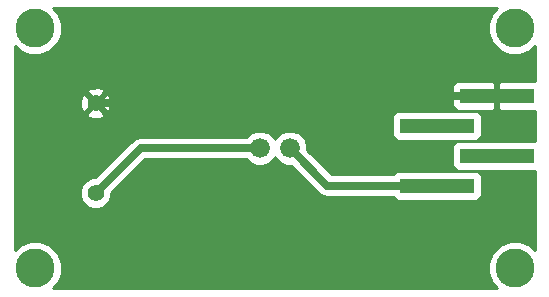
<source format=gtl>
G04 (created by PCBNEW-RS274X (2011-nov-30)-testing) date Thu 03 Jan 2013 06:38:46 PM PST*
%MOIN*%
G04 Gerber Fmt 3.4, Leading zero omitted, Abs format*
%FSLAX34Y34*%
G01*
G70*
G90*
G04 APERTURE LIST*
%ADD10C,0.006*%
%ADD11C,0.13*%
%ADD12R,0.25X0.05*%
%ADD13C,0.066*%
%ADD14C,0.055*%
%ADD15C,0.025*%
%ADD16C,0.01*%
G04 APERTURE END LIST*
G54D10*
G54D11*
X31000Y-21000D03*
X31000Y-29000D03*
X47000Y-29000D03*
X47000Y-21000D03*
G54D12*
X44402Y-26250D03*
X46398Y-25250D03*
X44402Y-24250D03*
X46398Y-23250D03*
G54D13*
X39500Y-25000D03*
X38500Y-25000D03*
G54D14*
X33024Y-23500D03*
X33024Y-26500D03*
G54D15*
X44402Y-26250D02*
X40750Y-26250D01*
X40750Y-26250D02*
X39500Y-25000D01*
X33024Y-23500D02*
X42503Y-23500D01*
X42753Y-23250D02*
X46398Y-23250D01*
X42503Y-23500D02*
X42753Y-23250D01*
X38500Y-25000D02*
X34524Y-25000D01*
X34524Y-25000D02*
X33024Y-26500D01*
G54D10*
G36*
X47675Y-28403D02*
X47510Y-28238D01*
X47180Y-28101D01*
X46822Y-28100D01*
X46491Y-28237D01*
X46238Y-28490D01*
X46101Y-28820D01*
X46100Y-29178D01*
X46237Y-29509D01*
X46403Y-29675D01*
X45901Y-29675D01*
X45901Y-26550D01*
X45901Y-26451D01*
X45901Y-25951D01*
X45863Y-25859D01*
X45793Y-25789D01*
X45702Y-25751D01*
X45603Y-25751D01*
X43103Y-25751D01*
X43011Y-25789D01*
X42941Y-25859D01*
X42934Y-25875D01*
X40905Y-25875D01*
X40080Y-25049D01*
X40080Y-24885D01*
X39992Y-24672D01*
X39829Y-24509D01*
X39616Y-24420D01*
X39385Y-24420D01*
X39172Y-24508D01*
X39009Y-24671D01*
X39000Y-24691D01*
X38992Y-24672D01*
X38829Y-24509D01*
X38616Y-24420D01*
X38385Y-24420D01*
X38172Y-24508D01*
X38055Y-24625D01*
X34524Y-24625D01*
X34380Y-24654D01*
X34259Y-24735D01*
X33554Y-25440D01*
X33554Y-23576D01*
X33542Y-23368D01*
X33484Y-23228D01*
X33392Y-23203D01*
X33321Y-23274D01*
X33321Y-23132D01*
X33296Y-23040D01*
X33100Y-22970D01*
X32892Y-22982D01*
X32752Y-23040D01*
X32727Y-23132D01*
X33024Y-23429D01*
X33321Y-23132D01*
X33321Y-23274D01*
X33095Y-23500D01*
X33392Y-23797D01*
X33484Y-23772D01*
X33554Y-23576D01*
X33554Y-25440D01*
X33321Y-25673D01*
X33321Y-23868D01*
X33024Y-23571D01*
X32953Y-23642D01*
X32953Y-23500D01*
X32656Y-23203D01*
X32564Y-23228D01*
X32494Y-23424D01*
X32506Y-23632D01*
X32564Y-23772D01*
X32656Y-23797D01*
X32953Y-23500D01*
X32953Y-23642D01*
X32727Y-23868D01*
X32752Y-23960D01*
X32948Y-24030D01*
X33156Y-24018D01*
X33296Y-23960D01*
X33321Y-23868D01*
X33321Y-25673D01*
X33019Y-25975D01*
X32920Y-25975D01*
X32727Y-26055D01*
X32579Y-26202D01*
X32499Y-26395D01*
X32499Y-26604D01*
X32579Y-26797D01*
X32726Y-26945D01*
X32919Y-27025D01*
X33128Y-27025D01*
X33321Y-26945D01*
X33469Y-26798D01*
X33549Y-26605D01*
X33549Y-26505D01*
X34679Y-25375D01*
X38055Y-25375D01*
X38171Y-25491D01*
X38384Y-25580D01*
X38615Y-25580D01*
X38828Y-25492D01*
X38991Y-25329D01*
X38999Y-25308D01*
X39008Y-25328D01*
X39171Y-25491D01*
X39384Y-25580D01*
X39549Y-25580D01*
X40484Y-26515D01*
X40485Y-26515D01*
X40545Y-26555D01*
X40606Y-26596D01*
X40607Y-26596D01*
X40749Y-26624D01*
X40750Y-26625D01*
X42934Y-26625D01*
X42941Y-26641D01*
X43011Y-26711D01*
X43102Y-26749D01*
X43201Y-26749D01*
X45701Y-26749D01*
X45793Y-26711D01*
X45863Y-26641D01*
X45901Y-26550D01*
X45901Y-29675D01*
X31597Y-29675D01*
X31762Y-29510D01*
X31899Y-29180D01*
X31900Y-28822D01*
X31763Y-28491D01*
X31510Y-28238D01*
X31180Y-28101D01*
X30822Y-28100D01*
X30491Y-28237D01*
X30325Y-28403D01*
X30325Y-21597D01*
X30490Y-21762D01*
X30820Y-21899D01*
X31178Y-21900D01*
X31509Y-21763D01*
X31762Y-21510D01*
X31899Y-21180D01*
X31900Y-20822D01*
X31763Y-20491D01*
X31597Y-20325D01*
X46403Y-20325D01*
X46238Y-20490D01*
X46101Y-20820D01*
X46100Y-21178D01*
X46237Y-21509D01*
X46490Y-21762D01*
X46820Y-21899D01*
X47178Y-21900D01*
X47509Y-21763D01*
X47675Y-21597D01*
X47675Y-22751D01*
X47599Y-22751D01*
X46510Y-22750D01*
X46448Y-22812D01*
X46448Y-23150D01*
X46448Y-23200D01*
X46448Y-23300D01*
X46448Y-23350D01*
X46448Y-23688D01*
X46510Y-23750D01*
X47599Y-23749D01*
X47675Y-23749D01*
X47675Y-24751D01*
X47599Y-24751D01*
X46348Y-24751D01*
X46348Y-23688D01*
X46348Y-23300D01*
X46348Y-23200D01*
X46348Y-22812D01*
X46286Y-22750D01*
X45197Y-22751D01*
X45098Y-22751D01*
X45007Y-22789D01*
X44937Y-22859D01*
X44899Y-22951D01*
X44898Y-23138D01*
X44960Y-23200D01*
X46348Y-23200D01*
X46348Y-23300D01*
X44960Y-23300D01*
X44898Y-23362D01*
X44899Y-23549D01*
X44937Y-23641D01*
X45007Y-23711D01*
X45098Y-23749D01*
X45197Y-23749D01*
X46286Y-23750D01*
X46348Y-23688D01*
X46348Y-24751D01*
X45901Y-24751D01*
X45901Y-24550D01*
X45901Y-24451D01*
X45901Y-23951D01*
X45863Y-23859D01*
X45793Y-23789D01*
X45702Y-23751D01*
X45603Y-23751D01*
X43103Y-23751D01*
X43011Y-23789D01*
X42941Y-23859D01*
X42903Y-23950D01*
X42903Y-24049D01*
X42903Y-24549D01*
X42941Y-24641D01*
X43011Y-24711D01*
X43102Y-24749D01*
X43201Y-24749D01*
X45701Y-24749D01*
X45793Y-24711D01*
X45863Y-24641D01*
X45901Y-24550D01*
X45901Y-24751D01*
X45099Y-24751D01*
X45007Y-24789D01*
X44937Y-24859D01*
X44899Y-24950D01*
X44899Y-25049D01*
X44899Y-25549D01*
X44937Y-25641D01*
X45007Y-25711D01*
X45098Y-25749D01*
X45197Y-25749D01*
X47675Y-25749D01*
X47675Y-28403D01*
X47675Y-28403D01*
G37*
G54D16*
X47675Y-28403D02*
X47510Y-28238D01*
X47180Y-28101D01*
X46822Y-28100D01*
X46491Y-28237D01*
X46238Y-28490D01*
X46101Y-28820D01*
X46100Y-29178D01*
X46237Y-29509D01*
X46403Y-29675D01*
X45901Y-29675D01*
X45901Y-26550D01*
X45901Y-26451D01*
X45901Y-25951D01*
X45863Y-25859D01*
X45793Y-25789D01*
X45702Y-25751D01*
X45603Y-25751D01*
X43103Y-25751D01*
X43011Y-25789D01*
X42941Y-25859D01*
X42934Y-25875D01*
X40905Y-25875D01*
X40080Y-25049D01*
X40080Y-24885D01*
X39992Y-24672D01*
X39829Y-24509D01*
X39616Y-24420D01*
X39385Y-24420D01*
X39172Y-24508D01*
X39009Y-24671D01*
X39000Y-24691D01*
X38992Y-24672D01*
X38829Y-24509D01*
X38616Y-24420D01*
X38385Y-24420D01*
X38172Y-24508D01*
X38055Y-24625D01*
X34524Y-24625D01*
X34380Y-24654D01*
X34259Y-24735D01*
X33554Y-25440D01*
X33554Y-23576D01*
X33542Y-23368D01*
X33484Y-23228D01*
X33392Y-23203D01*
X33321Y-23274D01*
X33321Y-23132D01*
X33296Y-23040D01*
X33100Y-22970D01*
X32892Y-22982D01*
X32752Y-23040D01*
X32727Y-23132D01*
X33024Y-23429D01*
X33321Y-23132D01*
X33321Y-23274D01*
X33095Y-23500D01*
X33392Y-23797D01*
X33484Y-23772D01*
X33554Y-23576D01*
X33554Y-25440D01*
X33321Y-25673D01*
X33321Y-23868D01*
X33024Y-23571D01*
X32953Y-23642D01*
X32953Y-23500D01*
X32656Y-23203D01*
X32564Y-23228D01*
X32494Y-23424D01*
X32506Y-23632D01*
X32564Y-23772D01*
X32656Y-23797D01*
X32953Y-23500D01*
X32953Y-23642D01*
X32727Y-23868D01*
X32752Y-23960D01*
X32948Y-24030D01*
X33156Y-24018D01*
X33296Y-23960D01*
X33321Y-23868D01*
X33321Y-25673D01*
X33019Y-25975D01*
X32920Y-25975D01*
X32727Y-26055D01*
X32579Y-26202D01*
X32499Y-26395D01*
X32499Y-26604D01*
X32579Y-26797D01*
X32726Y-26945D01*
X32919Y-27025D01*
X33128Y-27025D01*
X33321Y-26945D01*
X33469Y-26798D01*
X33549Y-26605D01*
X33549Y-26505D01*
X34679Y-25375D01*
X38055Y-25375D01*
X38171Y-25491D01*
X38384Y-25580D01*
X38615Y-25580D01*
X38828Y-25492D01*
X38991Y-25329D01*
X38999Y-25308D01*
X39008Y-25328D01*
X39171Y-25491D01*
X39384Y-25580D01*
X39549Y-25580D01*
X40484Y-26515D01*
X40485Y-26515D01*
X40545Y-26555D01*
X40606Y-26596D01*
X40607Y-26596D01*
X40749Y-26624D01*
X40750Y-26625D01*
X42934Y-26625D01*
X42941Y-26641D01*
X43011Y-26711D01*
X43102Y-26749D01*
X43201Y-26749D01*
X45701Y-26749D01*
X45793Y-26711D01*
X45863Y-26641D01*
X45901Y-26550D01*
X45901Y-29675D01*
X31597Y-29675D01*
X31762Y-29510D01*
X31899Y-29180D01*
X31900Y-28822D01*
X31763Y-28491D01*
X31510Y-28238D01*
X31180Y-28101D01*
X30822Y-28100D01*
X30491Y-28237D01*
X30325Y-28403D01*
X30325Y-21597D01*
X30490Y-21762D01*
X30820Y-21899D01*
X31178Y-21900D01*
X31509Y-21763D01*
X31762Y-21510D01*
X31899Y-21180D01*
X31900Y-20822D01*
X31763Y-20491D01*
X31597Y-20325D01*
X46403Y-20325D01*
X46238Y-20490D01*
X46101Y-20820D01*
X46100Y-21178D01*
X46237Y-21509D01*
X46490Y-21762D01*
X46820Y-21899D01*
X47178Y-21900D01*
X47509Y-21763D01*
X47675Y-21597D01*
X47675Y-22751D01*
X47599Y-22751D01*
X46510Y-22750D01*
X46448Y-22812D01*
X46448Y-23150D01*
X46448Y-23200D01*
X46448Y-23300D01*
X46448Y-23350D01*
X46448Y-23688D01*
X46510Y-23750D01*
X47599Y-23749D01*
X47675Y-23749D01*
X47675Y-24751D01*
X47599Y-24751D01*
X46348Y-24751D01*
X46348Y-23688D01*
X46348Y-23300D01*
X46348Y-23200D01*
X46348Y-22812D01*
X46286Y-22750D01*
X45197Y-22751D01*
X45098Y-22751D01*
X45007Y-22789D01*
X44937Y-22859D01*
X44899Y-22951D01*
X44898Y-23138D01*
X44960Y-23200D01*
X46348Y-23200D01*
X46348Y-23300D01*
X44960Y-23300D01*
X44898Y-23362D01*
X44899Y-23549D01*
X44937Y-23641D01*
X45007Y-23711D01*
X45098Y-23749D01*
X45197Y-23749D01*
X46286Y-23750D01*
X46348Y-23688D01*
X46348Y-24751D01*
X45901Y-24751D01*
X45901Y-24550D01*
X45901Y-24451D01*
X45901Y-23951D01*
X45863Y-23859D01*
X45793Y-23789D01*
X45702Y-23751D01*
X45603Y-23751D01*
X43103Y-23751D01*
X43011Y-23789D01*
X42941Y-23859D01*
X42903Y-23950D01*
X42903Y-24049D01*
X42903Y-24549D01*
X42941Y-24641D01*
X43011Y-24711D01*
X43102Y-24749D01*
X43201Y-24749D01*
X45701Y-24749D01*
X45793Y-24711D01*
X45863Y-24641D01*
X45901Y-24550D01*
X45901Y-24751D01*
X45099Y-24751D01*
X45007Y-24789D01*
X44937Y-24859D01*
X44899Y-24950D01*
X44899Y-25049D01*
X44899Y-25549D01*
X44937Y-25641D01*
X45007Y-25711D01*
X45098Y-25749D01*
X45197Y-25749D01*
X47675Y-25749D01*
X47675Y-28403D01*
M02*

</source>
